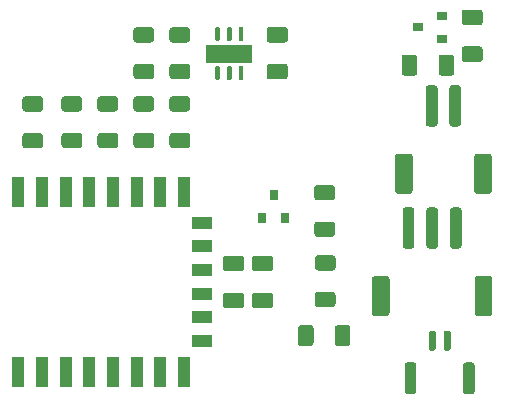
<source format=gbr>
G04 #@! TF.GenerationSoftware,KiCad,Pcbnew,(5.1.9-0-10_14)*
G04 #@! TF.CreationDate,2021-09-10T21:54:05+01:00*
G04 #@! TF.ProjectId,esp12f-si7021-v1.3,65737031-3266-42d7-9369-373032312d76,rev?*
G04 #@! TF.SameCoordinates,Original*
G04 #@! TF.FileFunction,Soldermask,Top*
G04 #@! TF.FilePolarity,Negative*
%FSLAX46Y46*%
G04 Gerber Fmt 4.6, Leading zero omitted, Abs format (unit mm)*
G04 Created by KiCad (PCBNEW (5.1.9-0-10_14)) date 2021-09-10 21:54:05*
%MOMM*%
%LPD*%
G01*
G04 APERTURE LIST*
%ADD10R,4.000000X1.500000*%
%ADD11R,1.000000X2.500000*%
%ADD12R,1.800000X1.000000*%
%ADD13R,0.900000X0.800000*%
%ADD14R,0.800000X0.900000*%
G04 APERTURE END LIST*
G36*
G01*
X24501000Y-22914000D02*
X23251000Y-22914000D01*
G75*
G02*
X23001000Y-22664000I0J250000D01*
G01*
X23001000Y-21864000D01*
G75*
G02*
X23251000Y-21614000I250000J0D01*
G01*
X24501000Y-21614000D01*
G75*
G02*
X24751000Y-21864000I0J-250000D01*
G01*
X24751000Y-22664000D01*
G75*
G02*
X24501000Y-22914000I-250000J0D01*
G01*
G37*
G36*
G01*
X24501000Y-26014000D02*
X23251000Y-26014000D01*
G75*
G02*
X23001000Y-25764000I0J250000D01*
G01*
X23001000Y-24964000D01*
G75*
G02*
X23251000Y-24714000I250000J0D01*
G01*
X24501000Y-24714000D01*
G75*
G02*
X24751000Y-24964000I0J-250000D01*
G01*
X24751000Y-25764000D01*
G75*
G02*
X24501000Y-26014000I-250000J0D01*
G01*
G37*
G36*
G01*
X49452500Y-42524001D02*
X49452500Y-41223999D01*
G75*
G02*
X49702499Y-40974000I249999J0D01*
G01*
X50527501Y-40974000D01*
G75*
G02*
X50777500Y-41223999I0J-249999D01*
G01*
X50777500Y-42524001D01*
G75*
G02*
X50527501Y-42774000I-249999J0D01*
G01*
X49702499Y-42774000D01*
G75*
G02*
X49452500Y-42524001I0J249999D01*
G01*
G37*
G36*
G01*
X46327500Y-42524001D02*
X46327500Y-41223999D01*
G75*
G02*
X46577499Y-40974000I249999J0D01*
G01*
X47402501Y-40974000D01*
G75*
G02*
X47652500Y-41223999I0J-249999D01*
G01*
X47652500Y-42524001D01*
G75*
G02*
X47402501Y-42774000I-249999J0D01*
G01*
X46577499Y-42774000D01*
G75*
G02*
X46327500Y-42524001I0J249999D01*
G01*
G37*
G36*
G01*
X35697000Y-18861500D02*
X36947000Y-18861500D01*
G75*
G02*
X37197000Y-19111500I0J-250000D01*
G01*
X37197000Y-19911500D01*
G75*
G02*
X36947000Y-20161500I-250000J0D01*
G01*
X35697000Y-20161500D01*
G75*
G02*
X35447000Y-19911500I0J250000D01*
G01*
X35447000Y-19111500D01*
G75*
G02*
X35697000Y-18861500I250000J0D01*
G01*
G37*
G36*
G01*
X35697000Y-15761500D02*
X36947000Y-15761500D01*
G75*
G02*
X37197000Y-16011500I0J-250000D01*
G01*
X37197000Y-16811500D01*
G75*
G02*
X36947000Y-17061500I-250000J0D01*
G01*
X35697000Y-17061500D01*
G75*
G02*
X35447000Y-16811500I0J250000D01*
G01*
X35447000Y-16011500D01*
G75*
G02*
X35697000Y-15761500I250000J0D01*
G01*
G37*
G36*
G01*
X32649000Y-18861500D02*
X33899000Y-18861500D01*
G75*
G02*
X34149000Y-19111500I0J-250000D01*
G01*
X34149000Y-19911500D01*
G75*
G02*
X33899000Y-20161500I-250000J0D01*
G01*
X32649000Y-20161500D01*
G75*
G02*
X32399000Y-19911500I0J250000D01*
G01*
X32399000Y-19111500D01*
G75*
G02*
X32649000Y-18861500I250000J0D01*
G01*
G37*
G36*
G01*
X32649000Y-15761500D02*
X33899000Y-15761500D01*
G75*
G02*
X34149000Y-16011500I0J-250000D01*
G01*
X34149000Y-16811500D01*
G75*
G02*
X33899000Y-17061500I-250000J0D01*
G01*
X32649000Y-17061500D01*
G75*
G02*
X32399000Y-16811500I0J250000D01*
G01*
X32399000Y-16011500D01*
G75*
G02*
X32649000Y-15761500I250000J0D01*
G01*
G37*
G36*
G01*
X36947000Y-22903500D02*
X35697000Y-22903500D01*
G75*
G02*
X35447000Y-22653500I0J250000D01*
G01*
X35447000Y-21853500D01*
G75*
G02*
X35697000Y-21603500I250000J0D01*
G01*
X36947000Y-21603500D01*
G75*
G02*
X37197000Y-21853500I0J-250000D01*
G01*
X37197000Y-22653500D01*
G75*
G02*
X36947000Y-22903500I-250000J0D01*
G01*
G37*
G36*
G01*
X36947000Y-26003500D02*
X35697000Y-26003500D01*
G75*
G02*
X35447000Y-25753500I0J250000D01*
G01*
X35447000Y-24953500D01*
G75*
G02*
X35697000Y-24703500I250000J0D01*
G01*
X36947000Y-24703500D01*
G75*
G02*
X37197000Y-24953500I0J-250000D01*
G01*
X37197000Y-25753500D01*
G75*
G02*
X36947000Y-26003500I-250000J0D01*
G01*
G37*
G36*
G01*
X32649000Y-24703500D02*
X33899000Y-24703500D01*
G75*
G02*
X34149000Y-24953500I0J-250000D01*
G01*
X34149000Y-25753500D01*
G75*
G02*
X33899000Y-26003500I-250000J0D01*
G01*
X32649000Y-26003500D01*
G75*
G02*
X32399000Y-25753500I0J250000D01*
G01*
X32399000Y-24953500D01*
G75*
G02*
X32649000Y-24703500I250000J0D01*
G01*
G37*
G36*
G01*
X32649000Y-21603500D02*
X33899000Y-21603500D01*
G75*
G02*
X34149000Y-21853500I0J-250000D01*
G01*
X34149000Y-22653500D01*
G75*
G02*
X33899000Y-22903500I-250000J0D01*
G01*
X32649000Y-22903500D01*
G75*
G02*
X32399000Y-22653500I0J250000D01*
G01*
X32399000Y-21853500D01*
G75*
G02*
X32649000Y-21603500I250000J0D01*
G01*
G37*
G36*
G01*
X29601000Y-24703500D02*
X30851000Y-24703500D01*
G75*
G02*
X31101000Y-24953500I0J-250000D01*
G01*
X31101000Y-25753500D01*
G75*
G02*
X30851000Y-26003500I-250000J0D01*
G01*
X29601000Y-26003500D01*
G75*
G02*
X29351000Y-25753500I0J250000D01*
G01*
X29351000Y-24953500D01*
G75*
G02*
X29601000Y-24703500I250000J0D01*
G01*
G37*
G36*
G01*
X29601000Y-21603500D02*
X30851000Y-21603500D01*
G75*
G02*
X31101000Y-21853500I0J-250000D01*
G01*
X31101000Y-22653500D01*
G75*
G02*
X30851000Y-22903500I-250000J0D01*
G01*
X29601000Y-22903500D01*
G75*
G02*
X29351000Y-22653500I0J250000D01*
G01*
X29351000Y-21853500D01*
G75*
G02*
X29601000Y-21603500I250000J0D01*
G01*
G37*
G36*
G01*
X26553000Y-24703500D02*
X27803000Y-24703500D01*
G75*
G02*
X28053000Y-24953500I0J-250000D01*
G01*
X28053000Y-25753500D01*
G75*
G02*
X27803000Y-26003500I-250000J0D01*
G01*
X26553000Y-26003500D01*
G75*
G02*
X26303000Y-25753500I0J250000D01*
G01*
X26303000Y-24953500D01*
G75*
G02*
X26553000Y-24703500I250000J0D01*
G01*
G37*
G36*
G01*
X26553000Y-21603500D02*
X27803000Y-21603500D01*
G75*
G02*
X28053000Y-21853500I0J-250000D01*
G01*
X28053000Y-22653500D01*
G75*
G02*
X27803000Y-22903500I-250000J0D01*
G01*
X26553000Y-22903500D01*
G75*
G02*
X26303000Y-22653500I0J250000D01*
G01*
X26303000Y-21853500D01*
G75*
G02*
X26553000Y-21603500I250000J0D01*
G01*
G37*
G36*
G01*
X49215200Y-30418700D02*
X47965200Y-30418700D01*
G75*
G02*
X47715200Y-30168700I0J250000D01*
G01*
X47715200Y-29368700D01*
G75*
G02*
X47965200Y-29118700I250000J0D01*
G01*
X49215200Y-29118700D01*
G75*
G02*
X49465200Y-29368700I0J-250000D01*
G01*
X49465200Y-30168700D01*
G75*
G02*
X49215200Y-30418700I-250000J0D01*
G01*
G37*
G36*
G01*
X49215200Y-33518700D02*
X47965200Y-33518700D01*
G75*
G02*
X47715200Y-33268700I0J250000D01*
G01*
X47715200Y-32468700D01*
G75*
G02*
X47965200Y-32218700I250000J0D01*
G01*
X49215200Y-32218700D01*
G75*
G02*
X49465200Y-32468700I0J-250000D01*
G01*
X49465200Y-33268700D01*
G75*
G02*
X49215200Y-33518700I-250000J0D01*
G01*
G37*
G36*
G01*
X49266000Y-36365500D02*
X48016000Y-36365500D01*
G75*
G02*
X47766000Y-36115500I0J250000D01*
G01*
X47766000Y-35315500D01*
G75*
G02*
X48016000Y-35065500I250000J0D01*
G01*
X49266000Y-35065500D01*
G75*
G02*
X49516000Y-35315500I0J-250000D01*
G01*
X49516000Y-36115500D01*
G75*
G02*
X49266000Y-36365500I-250000J0D01*
G01*
G37*
G36*
G01*
X49266000Y-39465500D02*
X48016000Y-39465500D01*
G75*
G02*
X47766000Y-39215500I0J250000D01*
G01*
X47766000Y-38415500D01*
G75*
G02*
X48016000Y-38165500I250000J0D01*
G01*
X49266000Y-38165500D01*
G75*
G02*
X49516000Y-38415500I0J-250000D01*
G01*
X49516000Y-39215500D01*
G75*
G02*
X49266000Y-39465500I-250000J0D01*
G01*
G37*
G36*
G01*
X43926999Y-18861500D02*
X45227001Y-18861500D01*
G75*
G02*
X45477000Y-19111499I0J-249999D01*
G01*
X45477000Y-19936501D01*
G75*
G02*
X45227001Y-20186500I-249999J0D01*
G01*
X43926999Y-20186500D01*
G75*
G02*
X43677000Y-19936501I0J249999D01*
G01*
X43677000Y-19111499D01*
G75*
G02*
X43926999Y-18861500I249999J0D01*
G01*
G37*
G36*
G01*
X43926999Y-15736500D02*
X45227001Y-15736500D01*
G75*
G02*
X45477000Y-15986499I0J-249999D01*
G01*
X45477000Y-16811501D01*
G75*
G02*
X45227001Y-17061500I-249999J0D01*
G01*
X43926999Y-17061500D01*
G75*
G02*
X43677000Y-16811501I0J249999D01*
G01*
X43677000Y-15986499D01*
G75*
G02*
X43926999Y-15736500I249999J0D01*
G01*
G37*
G36*
G01*
X43982401Y-36441700D02*
X42682399Y-36441700D01*
G75*
G02*
X42432400Y-36191701I0J249999D01*
G01*
X42432400Y-35366699D01*
G75*
G02*
X42682399Y-35116700I249999J0D01*
G01*
X43982401Y-35116700D01*
G75*
G02*
X44232400Y-35366699I0J-249999D01*
G01*
X44232400Y-36191701D01*
G75*
G02*
X43982401Y-36441700I-249999J0D01*
G01*
G37*
G36*
G01*
X43982401Y-39566700D02*
X42682399Y-39566700D01*
G75*
G02*
X42432400Y-39316701I0J249999D01*
G01*
X42432400Y-38491699D01*
G75*
G02*
X42682399Y-38241700I249999J0D01*
G01*
X43982401Y-38241700D01*
G75*
G02*
X44232400Y-38491699I0J-249999D01*
G01*
X44232400Y-39316701D01*
G75*
G02*
X43982401Y-39566700I-249999J0D01*
G01*
G37*
G36*
G01*
X41518601Y-36441700D02*
X40218599Y-36441700D01*
G75*
G02*
X39968600Y-36191701I0J249999D01*
G01*
X39968600Y-35366699D01*
G75*
G02*
X40218599Y-35116700I249999J0D01*
G01*
X41518601Y-35116700D01*
G75*
G02*
X41768600Y-35366699I0J-249999D01*
G01*
X41768600Y-36191701D01*
G75*
G02*
X41518601Y-36441700I-249999J0D01*
G01*
G37*
G36*
G01*
X41518601Y-39566700D02*
X40218599Y-39566700D01*
G75*
G02*
X39968600Y-39316701I0J249999D01*
G01*
X39968600Y-38491699D01*
G75*
G02*
X40218599Y-38241700I249999J0D01*
G01*
X41518601Y-38241700D01*
G75*
G02*
X41768600Y-38491699I0J-249999D01*
G01*
X41768600Y-39316701D01*
G75*
G02*
X41518601Y-39566700I-249999J0D01*
G01*
G37*
G36*
G01*
X60431919Y-17390180D02*
X61731921Y-17390180D01*
G75*
G02*
X61981920Y-17640179I0J-249999D01*
G01*
X61981920Y-18465181D01*
G75*
G02*
X61731921Y-18715180I-249999J0D01*
G01*
X60431919Y-18715180D01*
G75*
G02*
X60181920Y-18465181I0J249999D01*
G01*
X60181920Y-17640179D01*
G75*
G02*
X60431919Y-17390180I249999J0D01*
G01*
G37*
G36*
G01*
X60431919Y-14265180D02*
X61731921Y-14265180D01*
G75*
G02*
X61981920Y-14515179I0J-249999D01*
G01*
X61981920Y-15340181D01*
G75*
G02*
X61731921Y-15590180I-249999J0D01*
G01*
X60431919Y-15590180D01*
G75*
G02*
X60181920Y-15340181I0J249999D01*
G01*
X60181920Y-14515179D01*
G75*
G02*
X60431919Y-14265180I249999J0D01*
G01*
G37*
G36*
G01*
X58237020Y-19623361D02*
X58237020Y-18323359D01*
G75*
G02*
X58487019Y-18073360I249999J0D01*
G01*
X59312021Y-18073360D01*
G75*
G02*
X59562020Y-18323359I0J-249999D01*
G01*
X59562020Y-19623361D01*
G75*
G02*
X59312021Y-19873360I-249999J0D01*
G01*
X58487019Y-19873360D01*
G75*
G02*
X58237020Y-19623361I0J249999D01*
G01*
G37*
G36*
G01*
X55112020Y-19623361D02*
X55112020Y-18323359D01*
G75*
G02*
X55362019Y-18073360I249999J0D01*
G01*
X56187021Y-18073360D01*
G75*
G02*
X56437020Y-18323359I0J-249999D01*
G01*
X56437020Y-19623361D01*
G75*
G02*
X56187021Y-19873360I-249999J0D01*
G01*
X55362019Y-19873360D01*
G75*
G02*
X55112020Y-19623361I0J249999D01*
G01*
G37*
D10*
X40513000Y-17998000D03*
G36*
G01*
X39613000Y-16948000D02*
X39413000Y-16948000D01*
G75*
G02*
X39313000Y-16848000I0J100000D01*
G01*
X39313000Y-15848000D01*
G75*
G02*
X39413000Y-15748000I100000J0D01*
G01*
X39613000Y-15748000D01*
G75*
G02*
X39713000Y-15848000I0J-100000D01*
G01*
X39713000Y-16848000D01*
G75*
G02*
X39613000Y-16948000I-100000J0D01*
G01*
G37*
G36*
G01*
X40613000Y-16948000D02*
X40413000Y-16948000D01*
G75*
G02*
X40313000Y-16848000I0J100000D01*
G01*
X40313000Y-15848000D01*
G75*
G02*
X40413000Y-15748000I100000J0D01*
G01*
X40613000Y-15748000D01*
G75*
G02*
X40713000Y-15848000I0J-100000D01*
G01*
X40713000Y-16848000D01*
G75*
G02*
X40613000Y-16948000I-100000J0D01*
G01*
G37*
G36*
G01*
X41613000Y-16948000D02*
X41413000Y-16948000D01*
G75*
G02*
X41313000Y-16848000I0J100000D01*
G01*
X41313000Y-15848000D01*
G75*
G02*
X41413000Y-15748000I100000J0D01*
G01*
X41613000Y-15748000D01*
G75*
G02*
X41713000Y-15848000I0J-100000D01*
G01*
X41713000Y-16848000D01*
G75*
G02*
X41613000Y-16948000I-100000J0D01*
G01*
G37*
G36*
G01*
X41613000Y-20248000D02*
X41413000Y-20248000D01*
G75*
G02*
X41313000Y-20148000I0J100000D01*
G01*
X41313000Y-19148000D01*
G75*
G02*
X41413000Y-19048000I100000J0D01*
G01*
X41613000Y-19048000D01*
G75*
G02*
X41713000Y-19148000I0J-100000D01*
G01*
X41713000Y-20148000D01*
G75*
G02*
X41613000Y-20248000I-100000J0D01*
G01*
G37*
G36*
G01*
X40613000Y-20248000D02*
X40413000Y-20248000D01*
G75*
G02*
X40313000Y-20148000I0J100000D01*
G01*
X40313000Y-19148000D01*
G75*
G02*
X40413000Y-19048000I100000J0D01*
G01*
X40613000Y-19048000D01*
G75*
G02*
X40713000Y-19148000I0J-100000D01*
G01*
X40713000Y-20148000D01*
G75*
G02*
X40613000Y-20248000I-100000J0D01*
G01*
G37*
G36*
G01*
X39613000Y-20248000D02*
X39413000Y-20248000D01*
G75*
G02*
X39313000Y-20148000I0J100000D01*
G01*
X39313000Y-19148000D01*
G75*
G02*
X39413000Y-19048000I100000J0D01*
G01*
X39613000Y-19048000D01*
G75*
G02*
X39713000Y-19148000I0J-100000D01*
G01*
X39713000Y-20148000D01*
G75*
G02*
X39613000Y-20248000I-100000J0D01*
G01*
G37*
G36*
G01*
X61293560Y-39970520D02*
X61293560Y-37070520D01*
G75*
G02*
X61543560Y-36820520I250000J0D01*
G01*
X62543560Y-36820520D01*
G75*
G02*
X62793560Y-37070520I0J-250000D01*
G01*
X62793560Y-39970520D01*
G75*
G02*
X62543560Y-40220520I-250000J0D01*
G01*
X61543560Y-40220520D01*
G75*
G02*
X61293560Y-39970520I0J250000D01*
G01*
G37*
G36*
G01*
X52593560Y-39970520D02*
X52593560Y-37070520D01*
G75*
G02*
X52843560Y-36820520I250000J0D01*
G01*
X53843560Y-36820520D01*
G75*
G02*
X54093560Y-37070520I0J-250000D01*
G01*
X54093560Y-39970520D01*
G75*
G02*
X53843560Y-40220520I-250000J0D01*
G01*
X52843560Y-40220520D01*
G75*
G02*
X52593560Y-39970520I0J250000D01*
G01*
G37*
G36*
G01*
X59193560Y-34270520D02*
X59193560Y-31270520D01*
G75*
G02*
X59443560Y-31020520I250000J0D01*
G01*
X59943560Y-31020520D01*
G75*
G02*
X60193560Y-31270520I0J-250000D01*
G01*
X60193560Y-34270520D01*
G75*
G02*
X59943560Y-34520520I-250000J0D01*
G01*
X59443560Y-34520520D01*
G75*
G02*
X59193560Y-34270520I0J250000D01*
G01*
G37*
G36*
G01*
X57193560Y-34270520D02*
X57193560Y-31270520D01*
G75*
G02*
X57443560Y-31020520I250000J0D01*
G01*
X57943560Y-31020520D01*
G75*
G02*
X58193560Y-31270520I0J-250000D01*
G01*
X58193560Y-34270520D01*
G75*
G02*
X57943560Y-34520520I-250000J0D01*
G01*
X57443560Y-34520520D01*
G75*
G02*
X57193560Y-34270520I0J250000D01*
G01*
G37*
G36*
G01*
X55193560Y-34270520D02*
X55193560Y-31270520D01*
G75*
G02*
X55443560Y-31020520I250000J0D01*
G01*
X55943560Y-31020520D01*
G75*
G02*
X56193560Y-31270520I0J-250000D01*
G01*
X56193560Y-34270520D01*
G75*
G02*
X55943560Y-34520520I-250000J0D01*
G01*
X55443560Y-34520520D01*
G75*
G02*
X55193560Y-34270520I0J250000D01*
G01*
G37*
G36*
G01*
X60304600Y-46590960D02*
X60304600Y-44390960D01*
G75*
G02*
X60554600Y-44140960I250000J0D01*
G01*
X61054600Y-44140960D01*
G75*
G02*
X61304600Y-44390960I0J-250000D01*
G01*
X61304600Y-46590960D01*
G75*
G02*
X61054600Y-46840960I-250000J0D01*
G01*
X60554600Y-46840960D01*
G75*
G02*
X60304600Y-46590960I0J250000D01*
G01*
G37*
G36*
G01*
X55354600Y-46590960D02*
X55354600Y-44390960D01*
G75*
G02*
X55604600Y-44140960I250000J0D01*
G01*
X56104600Y-44140960D01*
G75*
G02*
X56354600Y-44390960I0J-250000D01*
G01*
X56354600Y-46590960D01*
G75*
G02*
X56104600Y-46840960I-250000J0D01*
G01*
X55604600Y-46840960D01*
G75*
G02*
X55354600Y-46590960I0J250000D01*
G01*
G37*
G36*
G01*
X58654600Y-42990960D02*
X58654600Y-41590960D01*
G75*
G02*
X58804600Y-41440960I150000J0D01*
G01*
X59104600Y-41440960D01*
G75*
G02*
X59254600Y-41590960I0J-150000D01*
G01*
X59254600Y-42990960D01*
G75*
G02*
X59104600Y-43140960I-150000J0D01*
G01*
X58804600Y-43140960D01*
G75*
G02*
X58654600Y-42990960I0J150000D01*
G01*
G37*
G36*
G01*
X57404600Y-42990960D02*
X57404600Y-41590960D01*
G75*
G02*
X57554600Y-41440960I150000J0D01*
G01*
X57854600Y-41440960D01*
G75*
G02*
X58004600Y-41590960I0J-150000D01*
G01*
X58004600Y-42990960D01*
G75*
G02*
X57854600Y-43140960I-150000J0D01*
G01*
X57554600Y-43140960D01*
G75*
G02*
X57404600Y-42990960I0J150000D01*
G01*
G37*
G36*
G01*
X61245800Y-29618160D02*
X61245800Y-26718160D01*
G75*
G02*
X61495800Y-26468160I250000J0D01*
G01*
X62495800Y-26468160D01*
G75*
G02*
X62745800Y-26718160I0J-250000D01*
G01*
X62745800Y-29618160D01*
G75*
G02*
X62495800Y-29868160I-250000J0D01*
G01*
X61495800Y-29868160D01*
G75*
G02*
X61245800Y-29618160I0J250000D01*
G01*
G37*
G36*
G01*
X54545800Y-29618160D02*
X54545800Y-26718160D01*
G75*
G02*
X54795800Y-26468160I250000J0D01*
G01*
X55795800Y-26468160D01*
G75*
G02*
X56045800Y-26718160I0J-250000D01*
G01*
X56045800Y-29618160D01*
G75*
G02*
X55795800Y-29868160I-250000J0D01*
G01*
X54795800Y-29868160D01*
G75*
G02*
X54545800Y-29618160I0J250000D01*
G01*
G37*
G36*
G01*
X59145800Y-23918160D02*
X59145800Y-20918160D01*
G75*
G02*
X59395800Y-20668160I250000J0D01*
G01*
X59895800Y-20668160D01*
G75*
G02*
X60145800Y-20918160I0J-250000D01*
G01*
X60145800Y-23918160D01*
G75*
G02*
X59895800Y-24168160I-250000J0D01*
G01*
X59395800Y-24168160D01*
G75*
G02*
X59145800Y-23918160I0J250000D01*
G01*
G37*
G36*
G01*
X57145800Y-23918160D02*
X57145800Y-20918160D01*
G75*
G02*
X57395800Y-20668160I250000J0D01*
G01*
X57895800Y-20668160D01*
G75*
G02*
X58145800Y-20918160I0J-250000D01*
G01*
X58145800Y-23918160D01*
G75*
G02*
X57895800Y-24168160I-250000J0D01*
G01*
X57395800Y-24168160D01*
G75*
G02*
X57145800Y-23918160I0J250000D01*
G01*
G37*
D11*
X22670000Y-29722000D03*
X24670000Y-29722000D03*
X26670000Y-29722000D03*
X28670000Y-29722000D03*
X30670000Y-29722000D03*
X32670000Y-29722000D03*
X34670000Y-29722000D03*
X36670000Y-29722000D03*
D12*
X38170000Y-32322000D03*
X38170000Y-34322000D03*
X38170000Y-36322000D03*
X38170000Y-38322000D03*
X38170000Y-40322000D03*
X38170000Y-42322000D03*
D11*
X36670000Y-44922000D03*
X34670000Y-44922000D03*
X32670000Y-44922000D03*
X30670000Y-44922000D03*
X28670000Y-44922000D03*
X26670000Y-44922000D03*
X24670000Y-44922000D03*
X22670000Y-44922000D03*
D13*
X56515760Y-15778040D03*
X58515760Y-14828040D03*
X58515760Y-16728040D03*
D14*
X44262000Y-29942600D03*
X45212000Y-31942600D03*
X43312000Y-31942600D03*
M02*

</source>
